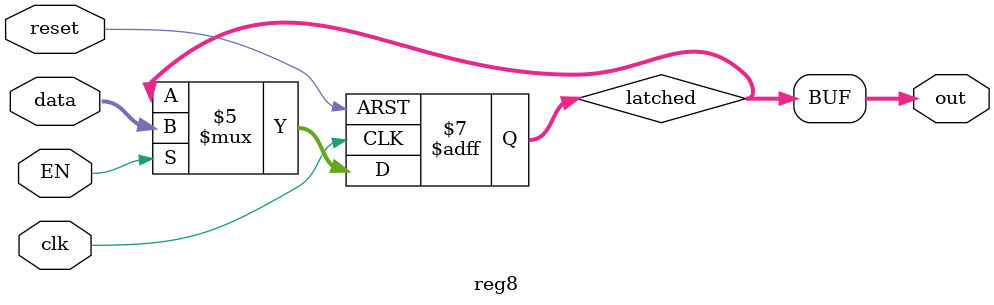
<source format=sv>
module reg8(
   output logic [7:0] out,
   input logic clk,
   input logic EN,
   input logic reset,
   input logic [7:0] data);
   
   logic [7:0] latched;
   
   assign #(10ps) out = latched;
   
   always_ff @(posedge clk, negedge reset) begin
   
      if (reset == '0) begin
         latched <= 'd0;
		end
      else if (clk == '1) begin
         if (EN == '1) begin
            $display("reg8: Setting out = %b", data);
            latched <= data;
         end
      end
            
   end
   
endmodule

</source>
